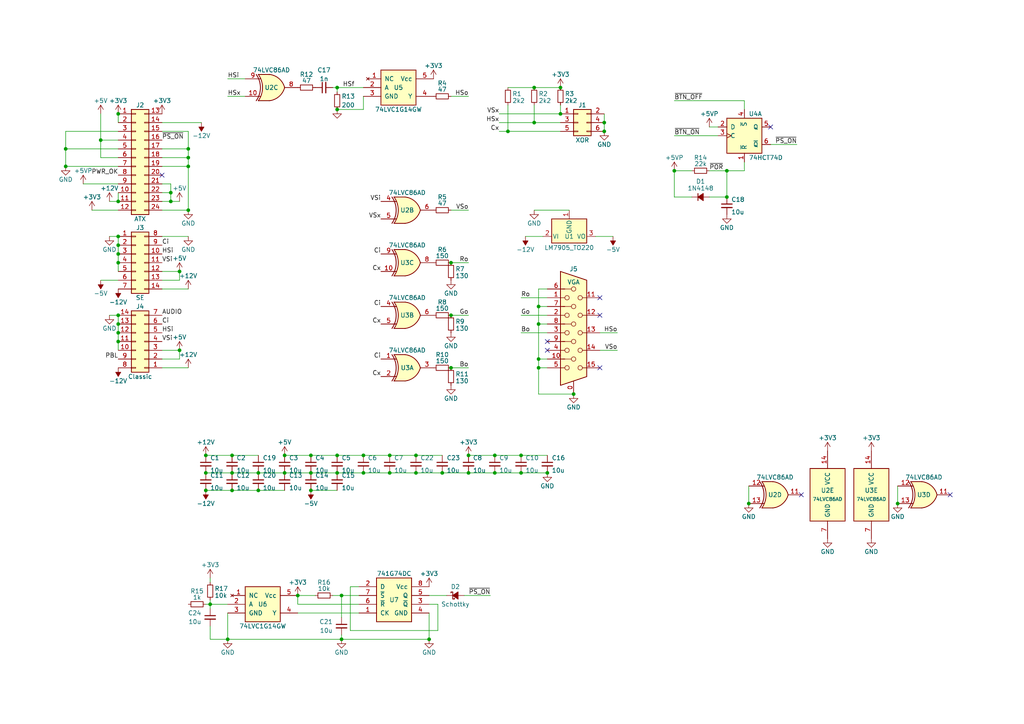
<source format=kicad_sch>
(kicad_sch (version 20230121) (generator eeschema)
  (paper "A4")
  (lib_symbols
    (symbol "+5VP_1" (power) (pin_names (offset 0))
      (property "Value" "+5VP_1" (at 0 3.556 0))
      (symbol "+5VP_1_1_1"
        (pin power_in line (at 0 0 90) (length 0) hide (name "+5VP") (number "1"))
      )
    )
    (symbol "74xx:74LS74" (pin_names (offset 1.016))
      (property "Reference" "U" (at -7.62 8.89 0))
      (property "Value" "74LS74" (at -7.62 -8.89 0))
      (symbol "74LS74_1_0"
        (pin input line (at 0 -7.62 90) (length 2.54) (name "~{R}") (number "1"))
        (pin input line (at -7.62 2.54 0) (length 2.54) (name "D") (number "2"))
        (pin input clock (at -7.62 0 0) (length 2.54) (name "C") (number "3"))
        (pin input line (at 0 7.62 270) (length 2.54) (name "~{S}") (number "4"))
        (pin output line (at 7.62 2.54 180) (length 2.54) (name "Q") (number "5"))
        (pin output line (at 7.62 -2.54 180) (length 2.54) (name "~{Q}") (number "6"))
      )
      (symbol "74LS74_2_0"
        (pin input line (at 0 7.62 270) (length 2.54) (name "~{S}") (number "10"))
        (pin input clock (at -7.62 0 0) (length 2.54) (name "C") (number "11"))
        (pin input line (at -7.62 2.54 0) (length 2.54) (name "D") (number "12"))
        (pin input line (at 0 -7.62 90) (length 2.54) (name "~{R}") (number "13"))
        (pin output line (at 7.62 -2.54 180) (length 2.54) (name "~{Q}") (number "8"))
        (pin output line (at 7.62 2.54 180) (length 2.54) (name "Q") (number "9"))
      )
      (symbol "74LS74_3_0"
        (pin power_in line (at 0 10.16 270) (length 2.54) (name "VCC") (number "14"))
        (pin power_in line (at 0 -10.16 90) (length 2.54) (name "GND") (number "7"))
      )
    )
    (symbol "74xx:74LS86" (pin_names (offset 1.016))
      (property "Reference" "U" (at 0 1.27 0))
      (property "Value" "74LS86" (at 0 -1.27 0))
      (symbol "74LS86_1_0"
        (pin input line (at -7.62 2.54 0) (length 4.445) (name "~") (number "1"))
        (pin input line (at -7.62 -2.54 0) (length 4.445) (name "~") (number "2"))
        (pin output line (at 7.62 0 180) (length 3.81) (name "~") (number "3"))
      )
      (symbol "74LS86_2_0"
        (pin input line (at -7.62 2.54 0) (length 4.445) (name "~") (number "4"))
        (pin input line (at -7.62 -2.54 0) (length 4.445) (name "~") (number "5"))
        (pin output line (at 7.62 0 180) (length 3.81) (name "~") (number "6"))
      )
      (symbol "74LS86_3_0"
        (pin input line (at -7.62 -2.54 0) (length 4.445) (name "~") (number "10"))
        (pin output line (at 7.62 0 180) (length 3.81) (name "~") (number "8"))
        (pin input line (at -7.62 2.54 0) (length 4.445) (name "~") (number "9"))
      )
      (symbol "74LS86_4_0"
        (pin output line (at 7.62 0 180) (length 3.81) (name "~") (number "11"))
        (pin input line (at -7.62 2.54 0) (length 4.445) (name "~") (number "12"))
        (pin input line (at -7.62 -2.54 0) (length 4.445) (name "~") (number "13"))
      )
      (symbol "74LS86_5_0"
        (pin power_in line (at 0 12.7 270) (length 5.08) (name "VCC") (number "14"))
        (pin power_in line (at 0 -12.7 90) (length 5.08) (name "GND") (number "7"))
      )
    )
    (symbol "Connector:DB15_Female_HighDensity_MountingHoles" (pin_names (offset 1.016) hide)
      (property "Reference" "J" (at 0 21.59 0))
      (property "Value" "DB15_Female_HighDensity_MountingHoles" (at 0 19.05 0))
      (symbol "DB15_Female_HighDensity_MountingHoles_1_1"
        (pin passive line (at 0 -17.78 90) (length 3.81) (name "~") (number "0"))
        (pin passive line (at -7.62 10.16 0) (length 5.08) (name "~") (number "1"))
        (pin passive line (at -7.62 -7.62 0) (length 5.08) (name "~") (number "10"))
        (pin passive line (at 7.62 10.16 180) (length 5.08) (name "~") (number "11"))
        (pin passive line (at 7.62 5.08 180) (length 5.08) (name "~") (number "12"))
        (pin passive line (at 7.62 0 180) (length 5.08) (name "~") (number "13"))
        (pin passive line (at 7.62 -5.08 180) (length 5.08) (name "~") (number "14"))
        (pin passive line (at 7.62 -10.16 180) (length 5.08) (name "~") (number "15"))
        (pin passive line (at -7.62 5.08 0) (length 5.08) (name "~") (number "2"))
        (pin passive line (at -7.62 0 0) (length 5.08) (name "~") (number "3"))
        (pin passive line (at -7.62 -5.08 0) (length 5.08) (name "~") (number "4"))
        (pin passive line (at -7.62 -10.16 0) (length 5.08) (name "~") (number "5"))
        (pin passive line (at -7.62 12.7 0) (length 5.08) (name "~") (number "6"))
        (pin passive line (at -7.62 7.62 0) (length 5.08) (name "~") (number "7"))
        (pin passive line (at -7.62 2.54 0) (length 5.08) (name "~") (number "8"))
        (pin passive line (at -7.62 -2.54 0) (length 5.08) (name "~") (number "9"))
      )
    )
    (symbol "Connector_Generic:Conn_02x03_Odd_Even" (pin_names (offset 1.016) hide)
      (property "Reference" "J" (at 1.27 5.08 0))
      (property "Value" "Conn_02x03_Odd_Even" (at 1.27 -5.08 0))
      (symbol "Conn_02x03_Odd_Even_1_1"
        (pin passive line (at -5.08 2.54 0) (length 3.81) (name "Pin_1") (number "1"))
        (pin passive line (at 7.62 2.54 180) (length 3.81) (name "Pin_2") (number "2"))
        (pin passive line (at -5.08 0 0) (length 3.81) (name "Pin_3") (number "3"))
        (pin passive line (at 7.62 0 180) (length 3.81) (name "Pin_4") (number "4"))
        (pin passive line (at -5.08 -2.54 0) (length 3.81) (name "Pin_5") (number "5"))
        (pin passive line (at 7.62 -2.54 180) (length 3.81) (name "Pin_6") (number "6"))
      )
    )
    (symbol "Connector_Generic:Conn_02x07_Top_Bottom" (pin_names (offset 1.016) hide)
      (property "Reference" "J" (at 1.27 10.16 0))
      (property "Value" "Conn_02x07_Top_Bottom" (at 1.27 -10.16 0))
      (symbol "Conn_02x07_Top_Bottom_1_1"
        (pin passive line (at -5.08 7.62 0) (length 3.81) (name "Pin_1") (number "1"))
        (pin passive line (at 7.62 2.54 180) (length 3.81) (name "Pin_10") (number "10"))
        (pin passive line (at 7.62 0 180) (length 3.81) (name "Pin_11") (number "11"))
        (pin passive line (at 7.62 -2.54 180) (length 3.81) (name "Pin_12") (number "12"))
        (pin passive line (at 7.62 -5.08 180) (length 3.81) (name "Pin_13") (number "13"))
        (pin passive line (at 7.62 -7.62 180) (length 3.81) (name "Pin_14") (number "14"))
        (pin passive line (at -5.08 5.08 0) (length 3.81) (name "Pin_2") (number "2"))
        (pin passive line (at -5.08 2.54 0) (length 3.81) (name "Pin_3") (number "3"))
        (pin passive line (at -5.08 0 0) (length 3.81) (name "Pin_4") (number "4"))
        (pin passive line (at -5.08 -2.54 0) (length 3.81) (name "Pin_5") (number "5"))
        (pin passive line (at -5.08 -5.08 0) (length 3.81) (name "Pin_6") (number "6"))
        (pin passive line (at -5.08 -7.62 0) (length 3.81) (name "Pin_7") (number "7"))
        (pin passive line (at 7.62 7.62 180) (length 3.81) (name "Pin_8") (number "8"))
        (pin passive line (at 7.62 5.08 180) (length 3.81) (name "Pin_9") (number "9"))
      )
    )
    (symbol "Connector_Generic:Conn_02x12_Top_Bottom" (pin_names (offset 1.016) hide)
      (property "Reference" "J" (at 1.27 15.24 0))
      (property "Value" "Conn_02x12_Top_Bottom" (at 1.27 -17.78 0))
      (symbol "Conn_02x12_Top_Bottom_1_1"
        (pin passive line (at -5.08 12.7 0) (length 3.81) (name "Pin_1") (number "1"))
        (pin passive line (at -5.08 -10.16 0) (length 3.81) (name "Pin_10") (number "10"))
        (pin passive line (at -5.08 -12.7 0) (length 3.81) (name "Pin_11") (number "11"))
        (pin passive line (at -5.08 -15.24 0) (length 3.81) (name "Pin_12") (number "12"))
        (pin passive line (at 7.62 12.7 180) (length 3.81) (name "Pin_13") (number "13"))
        (pin passive line (at 7.62 10.16 180) (length 3.81) (name "Pin_14") (number "14"))
        (pin passive line (at 7.62 7.62 180) (length 3.81) (name "Pin_15") (number "15"))
        (pin passive line (at 7.62 5.08 180) (length 3.81) (name "Pin_16") (number "16"))
        (pin passive line (at 7.62 2.54 180) (length 3.81) (name "Pin_17") (number "17"))
        (pin passive line (at 7.62 0 180) (length 3.81) (name "Pin_18") (number "18"))
        (pin passive line (at 7.62 -2.54 180) (length 3.81) (name "Pin_19") (number "19"))
        (pin passive line (at -5.08 10.16 0) (length 3.81) (name "Pin_2") (number "2"))
        (pin passive line (at 7.62 -5.08 180) (length 3.81) (name "Pin_20") (number "20"))
        (pin passive line (at 7.62 -7.62 180) (length 3.81) (name "Pin_21") (number "21"))
        (pin passive line (at 7.62 -10.16 180) (length 3.81) (name "Pin_22") (number "22"))
        (pin passive line (at 7.62 -12.7 180) (length 3.81) (name "Pin_23") (number "23"))
        (pin passive line (at 7.62 -15.24 180) (length 3.81) (name "Pin_24") (number "24"))
        (pin passive line (at -5.08 7.62 0) (length 3.81) (name "Pin_3") (number "3"))
        (pin passive line (at -5.08 5.08 0) (length 3.81) (name "Pin_4") (number "4"))
        (pin passive line (at -5.08 2.54 0) (length 3.81) (name "Pin_5") (number "5"))
        (pin passive line (at -5.08 0 0) (length 3.81) (name "Pin_6") (number "6"))
        (pin passive line (at -5.08 -2.54 0) (length 3.81) (name "Pin_7") (number "7"))
        (pin passive line (at -5.08 -5.08 0) (length 3.81) (name "Pin_8") (number "8"))
        (pin passive line (at -5.08 -7.62 0) (length 3.81) (name "Pin_9") (number "9"))
      )
    )
    (symbol "Device:C_Small" (pin_numbers hide) (pin_names (offset 0.254) hide)
      (property "Reference" "C" (at 0.254 1.778 0))
      (property "Value" "C_Small" (at 0.254 -2.032 0))
      (symbol "C_Small_1_1"
        (pin passive line (at 0 2.54 270) (length 2.032) (name "~") (number "1"))
        (pin passive line (at 0 -2.54 90) (length 2.032) (name "~") (number "2"))
      )
    )
    (symbol "Device:D_Schottky_Small_Filled" (pin_numbers hide) (pin_names (offset 0.254) hide)
      (property "Reference" "D" (at -1.27 2.032 0))
      (property "Value" "D_Schottky_Small_Filled" (at -7.112 -2.032 0))
      (symbol "D_Schottky_Small_Filled_1_1"
        (pin passive line (at -2.54 0 0) (length 1.778) (name "K") (number "1"))
        (pin passive line (at 2.54 0 180) (length 1.778) (name "A") (number "2"))
      )
    )
    (symbol "Device:D_Small_Filled" (pin_numbers hide) (pin_names (offset 0.254) hide)
      (property "Reference" "D" (at -1.27 2.032 0))
      (property "Value" "D_Small_Filled" (at -3.81 -2.032 0))
      (symbol "D_Small_Filled_1_1"
        (pin passive line (at -2.54 0 0) (length 1.778) (name "K") (number "1"))
        (pin passive line (at 2.54 0 180) (length 1.778) (name "A") (number "2"))
      )
    )
    (symbol "Device:R_Small" (pin_numbers hide) (pin_names (offset 0.254) hide)
      (property "Reference" "R" (at 0.762 0.508 0))
      (property "Value" "R_Small" (at 0.762 -1.016 0))
      (symbol "R_Small_1_1"
        (pin passive line (at 0 2.54 270) (length 0.762) (name "~") (number "1"))
        (pin passive line (at 0 -2.54 90) (length 0.762) (name "~") (number "2"))
      )
    )
    (symbol "GW_Logic:741G04GW" (pin_names (offset 1.016))
      (property "Reference" "U" (at 0 6.35 0))
      (property "Value" "741G04GW" (at 0 -6.35 0))
      (symbol "741G04GW_1_1"
        (pin no_connect line (at -8.89 2.54 0) (length 3.81) (name "NC") (number "1"))
        (pin input line (at -10.16 0 0) (length 5.08) (name "A") (number "2"))
        (pin power_in line (at -10.16 -2.54 0) (length 5.08) (name "GND") (number "3"))
        (pin output line (at 10.16 -2.54 180) (length 5.08) (name "Y") (number "4"))
        (pin power_in line (at 10.16 2.54 180) (length 5.08) (name "Vcc") (number "5"))
      )
    )
    (symbol "GW_Logic:741G74DC" (pin_names (offset 1.016))
      (property "Reference" "U" (at 0 7.62 0))
      (property "Value" "741G74DC" (at 0 -7.62 0))
      (symbol "741G74DC_1_1"
        (pin input line (at -10.16 -3.81 0) (length 5.08) (name "CK") (number "1"))
        (pin input line (at -10.16 3.81 0) (length 5.08) (name "D") (number "2"))
        (pin output line (at 10.16 -1.27 180) (length 5.08) (name "~{Q}") (number "3"))
        (pin power_in line (at 10.16 -3.81 180) (length 5.08) (name "GND") (number "4"))
        (pin output line (at 10.16 1.27 180) (length 5.08) (name "Q") (number "5"))
        (pin input line (at -10.16 -1.27 0) (length 5.08) (name "~{R}") (number "6"))
        (pin input line (at -10.16 1.27 0) (length 5.08) (name "~{S}") (number "7"))
        (pin power_in line (at 10.16 3.81 180) (length 5.08) (name "Vcc") (number "8"))
      )
    )
    (symbol "Regulator_Linear:LM7905_TO220" (pin_names (offset 0.254))
      (property "Reference" "U" (at -3.81 -3.175 0))
      (property "Value" "LM7905_TO220" (at 0 -3.175 0))
      (symbol "LM7905_TO220_1_1"
        (pin power_in line (at 0 7.62 270) (length 2.54) (name "GND") (number "1"))
        (pin power_in line (at -7.62 0 0) (length 2.54) (name "VI") (number "2"))
        (pin power_out line (at 7.62 0 180) (length 2.54) (name "VO") (number "3"))
      )
    )
    (symbol "power:+12V" (power) (pin_names (offset 0))
      (property "Value" "+12V" (at 0 3.556 0))
      (symbol "+12V_1_1"
        (pin power_in line (at 0 0 90) (length 0) hide (name "+12V") (number "1"))
      )
    )
    (symbol "power:+3V3" (power) (pin_names (offset 0))
      (property "Value" "+3V3" (at 0 3.556 0))
      (symbol "+3V3_1_1"
        (pin power_in line (at 0 0 90) (length 0) hide (name "+3V3") (number "1"))
      )
    )
    (symbol "power:+5V" (power) (pin_names (offset 0))
      (property "Value" "+5V" (at 0 3.556 0))
      (symbol "+5V_1_1"
        (pin power_in line (at 0 0 90) (length 0) hide (name "+5V") (number "1"))
      )
    )
    (symbol "power:+5VP" (power) (pin_names (offset 0))
      (property "Value" "+5VP" (at 0 3.556 0))
      (symbol "+5VP_1_1"
        (pin power_in line (at 0 0 90) (length 0) hide (name "+5VP") (number "1"))
      )
    )
    (symbol "power:-12V" (power) (pin_names (offset 0))
      (property "Value" "-12V" (at 0 3.81 0))
      (symbol "-12V_0_0"
        (pin power_in line (at 0 0 90) (length 0) hide (name "-12V") (number "1"))
      )
    )
    (symbol "power:-5V" (power) (pin_names (offset 0))
      (property "Value" "-5V" (at 0 3.81 0))
      (symbol "-5V_0_0"
        (pin power_in line (at 0 0 90) (length 0) hide (name "-5V") (number "1"))
      )
    )
    (symbol "power:GND" (power) (pin_names (offset 0))
      (property "Value" "GND" (at 0 -3.81 0))
      (symbol "GND_1_1"
        (pin power_in line (at 0 0 270) (length 0) hide (name "GND") (number "1"))
      )
    )
  )
  (junction (at 151.13 132.08))
  (junction (at 54.61 45.72))
  (junction (at 130.81 76.2))
  (junction (at 67.31 132.08))
  (junction (at 97.79 31.75))
  (junction (at 162.56 25.4))
  (junction (at 99.06 172.72))
  (junction (at 105.41 132.08))
  (junction (at 156.21 88.9))
  (junction (at 66.04 185.42))
  (junction (at 162.56 33.02))
  (junction (at 156.21 104.14))
  (junction (at 120.65 137.16))
  (junction (at 97.79 25.4))
  (junction (at 97.79 132.08))
  (junction (at 34.29 93.98))
  (junction (at 135.89 132.08))
  (junction (at 90.17 142.24))
  (junction (at 49.53 55.88))
  (junction (at 67.31 142.24))
  (junction (at 105.41 137.16))
  (junction (at 143.51 132.08))
  (junction (at 59.69 137.16))
  (junction (at 54.61 48.26))
  (junction (at 210.82 57.15))
  (junction (at 54.61 43.18))
  (junction (at 130.81 91.44))
  (junction (at 151.13 137.16))
  (junction (at 156.21 106.68))
  (junction (at 175.26 35.56))
  (junction (at 260.35 146.05))
  (junction (at 154.94 35.56))
  (junction (at 158.75 137.16))
  (junction (at 195.58 49.53))
  (junction (at 34.29 33.02))
  (junction (at 82.55 137.16))
  (junction (at 74.93 142.24))
  (junction (at 34.29 68.58))
  (junction (at 60.96 175.26))
  (junction (at 52.07 101.6))
  (junction (at 113.03 137.16))
  (junction (at 147.32 38.1))
  (junction (at 86.36 172.72))
  (junction (at 34.29 76.2))
  (junction (at 34.29 99.06))
  (junction (at 210.82 49.53))
  (junction (at 67.31 137.16))
  (junction (at 19.05 48.26))
  (junction (at 217.17 146.05))
  (junction (at 34.29 71.12))
  (junction (at 120.65 132.08))
  (junction (at 34.29 73.66))
  (junction (at 54.61 60.96))
  (junction (at 74.93 137.16))
  (junction (at 52.07 78.74))
  (junction (at 97.79 137.16))
  (junction (at 124.46 185.42))
  (junction (at 34.29 96.52))
  (junction (at 166.37 114.3))
  (junction (at 34.29 58.42))
  (junction (at 29.21 40.64))
  (junction (at 90.17 137.16))
  (junction (at 154.94 25.4))
  (junction (at 128.27 137.16))
  (junction (at 130.81 106.68))
  (junction (at 143.51 137.16))
  (junction (at 99.06 185.42))
  (junction (at 175.26 38.1))
  (junction (at 90.17 132.08))
  (junction (at 135.89 137.16))
  (junction (at 82.55 132.08))
  (junction (at 49.53 58.42))
  (junction (at 113.03 132.08))
  (junction (at 34.29 91.44))
  (junction (at 59.69 142.24))
  (junction (at 19.05 43.18))
  (junction (at 156.21 93.98))
  (junction (at 59.69 132.08))
  (no_connect (at 223.52 36.83))
  (no_connect (at 158.75 101.6))
  (no_connect (at 158.75 99.06))
  (no_connect (at 173.99 91.44))
  (no_connect (at 173.99 86.36))
  (no_connect (at 173.99 106.68))
  (no_connect (at 46.99 50.8))
  (no_connect (at 232.41 143.51))
  (no_connect (at 275.59 143.51))
  (wire (pts (xy 66.04 27.94) (xy 71.12 27.94)))
  (wire (pts (xy 67.31 132.08) (xy 74.93 132.08)))
  (wire (pts (xy 205.74 49.53) (xy 210.82 49.53)))
  (wire (pts (xy 46.99 53.34) (xy 49.53 53.34)))
  (wire (pts (xy 19.05 38.1) (xy 34.29 38.1)))
  (wire (pts (xy 29.21 40.64) (xy 29.21 45.72)))
  (wire (pts (xy 175.26 35.56) (xy 175.26 38.1)))
  (wire (pts (xy 24.13 53.34) (xy 34.29 53.34)))
  (wire (pts (xy 128.27 137.16) (xy 135.89 137.16)))
  (wire (pts (xy 59.69 175.26) (xy 60.96 175.26)))
  (wire (pts (xy 151.13 86.36) (xy 158.75 86.36)))
  (wire (pts (xy 260.35 140.97) (xy 260.35 146.05)))
  (wire (pts (xy 152.4 68.58) (xy 157.48 68.58)))
  (wire (pts (xy 135.89 132.08) (xy 143.51 132.08)))
  (wire (pts (xy 59.69 132.08) (xy 67.31 132.08)))
  (wire (pts (xy 156.21 106.68) (xy 158.75 106.68)))
  (wire (pts (xy 156.21 93.98) (xy 158.75 93.98)))
  (wire (pts (xy 156.21 88.9) (xy 158.75 88.9)))
  (wire (pts (xy 19.05 43.18) (xy 34.29 43.18)))
  (wire (pts (xy 46.99 101.6) (xy 52.07 101.6)))
  (wire (pts (xy 34.29 68.58) (xy 34.29 71.12)))
  (wire (pts (xy 113.03 137.16) (xy 120.65 137.16)))
  (wire (pts (xy 215.9 29.21) (xy 215.9 31.75)))
  (wire (pts (xy 104.14 175.26) (xy 86.36 175.26)))
  (wire (pts (xy 60.96 168.91) (xy 60.96 167.64)))
  (wire (pts (xy 130.81 91.44) (xy 135.89 91.44)))
  (wire (pts (xy 19.05 43.18) (xy 19.05 38.1)))
  (wire (pts (xy 151.13 132.08) (xy 158.75 132.08)))
  (wire (pts (xy 49.53 55.88) (xy 49.53 58.42)))
  (wire (pts (xy 90.17 142.24) (xy 97.79 142.24)))
  (wire (pts (xy 46.99 60.96) (xy 54.61 60.96)))
  (wire (pts (xy 195.58 49.53) (xy 195.58 57.15)))
  (wire (pts (xy 46.99 68.58) (xy 54.61 68.58)))
  (wire (pts (xy 105.41 31.75) (xy 97.79 31.75)))
  (wire (pts (xy 223.52 41.91) (xy 231.14 41.91)))
  (wire (pts (xy 210.82 49.53) (xy 215.9 49.53)))
  (wire (pts (xy 101.6 170.18) (xy 101.6 182.88)))
  (wire (pts (xy 195.58 29.21) (xy 215.9 29.21)))
  (wire (pts (xy 46.99 35.56) (xy 58.42 35.56)))
  (wire (pts (xy 156.21 83.82) (xy 156.21 88.9)))
  (wire (pts (xy 127 182.88) (xy 127 175.26)))
  (wire (pts (xy 46.99 55.88) (xy 49.53 55.88)))
  (wire (pts (xy 46.99 38.1) (xy 54.61 38.1)))
  (wire (pts (xy 52.07 104.14) (xy 52.07 101.6)))
  (wire (pts (xy 46.99 104.14) (xy 52.07 104.14)))
  (wire (pts (xy 143.51 132.08) (xy 151.13 132.08)))
  (wire (pts (xy 90.17 132.08) (xy 97.79 132.08)))
  (wire (pts (xy 151.13 137.16) (xy 158.75 137.16)))
  (wire (pts (xy 52.07 81.28) (xy 52.07 78.74)))
  (wire (pts (xy 60.96 175.26) (xy 60.96 176.53)))
  (wire (pts (xy 130.81 76.2) (xy 135.89 76.2)))
  (wire (pts (xy 46.99 48.26) (xy 54.61 48.26)))
  (wire (pts (xy 124.46 185.42) (xy 124.46 177.8)))
  (wire (pts (xy 195.58 49.53) (xy 200.66 49.53)))
  (wire (pts (xy 105.41 27.94) (xy 105.41 31.75)))
  (wire (pts (xy 205.74 57.15) (xy 210.82 57.15)))
  (wire (pts (xy 104.14 170.18) (xy 101.6 170.18)))
  (wire (pts (xy 97.79 132.08) (xy 105.41 132.08)))
  (wire (pts (xy 156.21 104.14) (xy 158.75 104.14)))
  (wire (pts (xy 158.75 83.82) (xy 156.21 83.82)))
  (wire (pts (xy 86.36 175.26) (xy 86.36 172.72)))
  (wire (pts (xy 67.31 137.16) (xy 74.93 137.16)))
  (wire (pts (xy 49.53 58.42) (xy 52.07 58.42)))
  (wire (pts (xy 49.53 58.42) (xy 46.99 58.42)))
  (wire (pts (xy 34.29 33.02) (xy 34.29 35.56)))
  (wire (pts (xy 105.41 132.08) (xy 113.03 132.08)))
  (wire (pts (xy 113.03 132.08) (xy 120.65 132.08)))
  (wire (pts (xy 210.82 49.53) (xy 210.82 57.15)))
  (wire (pts (xy 82.55 137.16) (xy 90.17 137.16)))
  (wire (pts (xy 86.36 177.8) (xy 104.14 177.8)))
  (wire (pts (xy 130.81 60.96) (xy 135.89 60.96)))
  (wire (pts (xy 34.29 76.2) (xy 34.29 78.74)))
  (wire (pts (xy 99.06 185.42) (xy 124.46 185.42)))
  (wire (pts (xy 97.79 25.4) (xy 105.41 25.4)))
  (wire (pts (xy 147.32 30.48) (xy 147.32 38.1)))
  (wire (pts (xy 105.41 137.16) (xy 113.03 137.16)))
  (wire (pts (xy 46.99 43.18) (xy 54.61 43.18)))
  (wire (pts (xy 143.51 137.16) (xy 151.13 137.16)))
  (wire (pts (xy 217.17 140.97) (xy 217.17 146.05)))
  (wire (pts (xy 34.29 96.52) (xy 34.29 99.06)))
  (wire (pts (xy 49.53 53.34) (xy 49.53 55.88)))
  (wire (pts (xy 120.65 132.08) (xy 128.27 132.08)))
  (wire (pts (xy 59.69 137.16) (xy 67.31 137.16)))
  (wire (pts (xy 124.46 172.72) (xy 129.54 172.72)))
  (wire (pts (xy 26.67 60.96) (xy 34.29 60.96)))
  (wire (pts (xy 101.6 182.88) (xy 127 182.88)))
  (wire (pts (xy 34.29 73.66) (xy 34.29 76.2)))
  (wire (pts (xy 99.06 184.15) (xy 99.06 185.42)))
  (wire (pts (xy 54.61 43.18) (xy 54.61 45.72)))
  (wire (pts (xy 29.21 81.28) (xy 34.29 81.28)))
  (wire (pts (xy 34.29 91.44) (xy 34.29 93.98)))
  (wire (pts (xy 46.99 81.28) (xy 52.07 81.28)))
  (wire (pts (xy 96.52 172.72) (xy 99.06 172.72)))
  (wire (pts (xy 67.31 142.24) (xy 74.93 142.24)))
  (wire (pts (xy 142.24 172.72) (xy 134.62 172.72)))
  (wire (pts (xy 144.78 33.02) (xy 162.56 33.02)))
  (wire (pts (xy 175.26 33.02) (xy 175.26 35.56)))
  (wire (pts (xy 66.04 22.86) (xy 71.12 22.86)))
  (wire (pts (xy 97.79 137.16) (xy 105.41 137.16)))
  (wire (pts (xy 154.94 35.56) (xy 154.94 30.48)))
  (wire (pts (xy 195.58 57.15) (xy 200.66 57.15)))
  (wire (pts (xy 120.65 137.16) (xy 128.27 137.16)))
  (wire (pts (xy 34.29 93.98) (xy 34.29 96.52)))
  (wire (pts (xy 90.17 137.16) (xy 97.79 137.16)))
  (wire (pts (xy 173.99 101.6) (xy 179.07 101.6)))
  (wire (pts (xy 60.96 181.61) (xy 60.96 185.42)))
  (wire (pts (xy 195.58 39.37) (xy 208.28 39.37)))
  (wire (pts (xy 19.05 48.26) (xy 34.29 48.26)))
  (wire (pts (xy 46.99 83.82) (xy 54.61 83.82)))
  (wire (pts (xy 99.06 172.72) (xy 104.14 172.72)))
  (wire (pts (xy 60.96 175.26) (xy 66.04 175.26)))
  (wire (pts (xy 156.21 104.14) (xy 156.21 106.68)))
  (wire (pts (xy 46.99 78.74) (xy 52.07 78.74)))
  (wire (pts (xy 54.61 48.26) (xy 54.61 60.96)))
  (wire (pts (xy 34.29 71.12) (xy 34.29 73.66)))
  (wire (pts (xy 29.21 45.72) (xy 34.29 45.72)))
  (wire (pts (xy 147.32 38.1) (xy 162.56 38.1)))
  (wire (pts (xy 31.75 58.42) (xy 34.29 58.42)))
  (wire (pts (xy 66.04 185.42) (xy 99.06 185.42)))
  (wire (pts (xy 144.78 35.56) (xy 154.94 35.56)))
  (wire (pts (xy 151.13 91.44) (xy 158.75 91.44)))
  (wire (pts (xy 74.93 142.24) (xy 82.55 142.24)))
  (wire (pts (xy 154.94 35.56) (xy 162.56 35.56)))
  (wire (pts (xy 34.29 58.42) (xy 34.29 55.88)))
  (wire (pts (xy 154.94 25.4) (xy 162.56 25.4)))
  (wire (pts (xy 66.04 177.8) (xy 66.04 185.42)))
  (wire (pts (xy 130.81 106.68) (xy 135.89 106.68)))
  (wire (pts (xy 127 175.26) (xy 124.46 175.26)))
  (wire (pts (xy 154.94 60.96) (xy 165.1 60.96)))
  (wire (pts (xy 144.78 38.1) (xy 147.32 38.1)))
  (wire (pts (xy 97.79 25.4) (xy 97.79 26.67)))
  (wire (pts (xy 205.74 36.83) (xy 208.28 36.83)))
  (wire (pts (xy 54.61 45.72) (xy 54.61 48.26)))
  (wire (pts (xy 173.99 96.52) (xy 179.07 96.52)))
  (wire (pts (xy 130.81 27.94) (xy 135.89 27.94)))
  (wire (pts (xy 82.55 132.08) (xy 90.17 132.08)))
  (wire (pts (xy 59.69 142.24) (xy 67.31 142.24)))
  (wire (pts (xy 29.21 33.02) (xy 29.21 40.64)))
  (wire (pts (xy 99.06 172.72) (xy 99.06 179.07)))
  (wire (pts (xy 151.13 96.52) (xy 158.75 96.52)))
  (wire (pts (xy 66.04 185.42) (xy 60.96 185.42)))
  (wire (pts (xy 86.36 172.72) (xy 91.44 172.72)))
  (wire (pts (xy 60.96 173.99) (xy 60.96 175.26)))
  (wire (pts (xy 31.75 91.44) (xy 34.29 91.44)))
  (wire (pts (xy 54.61 38.1) (xy 54.61 43.18)))
  (wire (pts (xy 162.56 33.02) (xy 162.56 30.48)))
  (wire (pts (xy 166.37 114.3) (xy 156.21 114.3)))
  (wire (pts (xy 34.29 99.06) (xy 34.29 101.6)))
  (wire (pts (xy 19.05 48.26) (xy 19.05 43.18)))
  (wire (pts (xy 147.32 25.4) (xy 154.94 25.4)))
  (wire (pts (xy 156.21 114.3) (xy 156.21 106.68)))
  (wire (pts (xy 96.52 25.4) (xy 97.79 25.4)))
  (wire (pts (xy 135.89 137.16) (xy 143.51 137.16)))
  (wire (pts (xy 46.99 106.68) (xy 54.61 106.68)))
  (wire (pts (xy 74.93 137.16) (xy 82.55 137.16)))
  (wire (pts (xy 29.21 40.64) (xy 34.29 40.64)))
  (wire (pts (xy 156.21 93.98) (xy 156.21 104.14)))
  (wire (pts (xy 156.21 88.9) (xy 156.21 93.98)))
  (wire (pts (xy 46.99 45.72) (xy 54.61 45.72)))
  (wire (pts (xy 31.75 68.58) (xy 34.29 68.58)))
  (wire (pts (xy 172.72 68.58) (xy 177.8 68.58)))
  (wire (pts (xy 215.9 49.53) (xy 215.9 46.99)))
  (label "VSi" (at 46.99 76.2 0))
  (label "Cx" (at 144.78 38.1 180))
  (label "HSo" (at 179.07 96.52 180))
  (label "~{BTN_ON}" (at 195.58 39.37 0))
  (label "Ro" (at 151.13 86.36 0))
  (label "Bo" (at 151.13 96.52 0))
  (label "Go" (at 151.13 91.44 0))
  (label "Ci" (at 46.99 93.98 0))
  (label "PBL" (at 34.29 104.14 180))
  (label "Ci" (at 110.49 73.66 180))
  (label "Go" (at 135.89 91.44 180))
  (label "~{PS_ON}" (at 142.24 172.72 180))
  (label "Ci" (at 46.99 71.12 0))
  (label "PWR_OK" (at 34.29 50.8 180))
  (label "VSx" (at 110.49 63.5 180))
  (label "Cx" (at 110.49 93.98 180))
  (label "VSo" (at 179.07 101.6 180))
  (label "Cx" (at 110.49 109.22 180))
  (label "VSo" (at 135.89 60.96 180))
  (label "~{BTN_OFF}" (at 195.58 29.21 0))
  (label "~{PS_ON}" (at 231.14 41.91 180))
  (label "Cx" (at 110.49 78.74 180))
  (label "HSi" (at 66.04 22.86 0))
  (label "Ci" (at 110.49 104.14 180))
  (label "HSi" (at 46.99 96.52 0))
  (label "Bo" (at 135.89 106.68 180))
  (label "VSi" (at 46.99 99.06 0))
  (label "HSx" (at 144.78 35.56 180))
  (label "HSi" (at 46.99 73.66 0))
  (label "VSx" (at 144.78 33.02 180))
  (label "~{PS_ON}" (at 46.99 40.64 0))
  (label "Ro" (at 135.89 76.2 180))
  (label "HSx" (at 66.04 27.94 0))
  (label "HSo" (at 135.89 27.94 180))
  (label "VSi" (at 110.49 58.42 180))
  (label "~{POR}" (at 205.74 49.53 0))
  (label "HSf" (at 102.87 25.4 180))
  (label "AUDIO" (at 46.99 91.44 0))
  (label "Ci" (at 110.49 88.9 180))
  (symbol (lib_id "power:+3V3") (at 252.73 130.81 0) (unit 1)
    (property "Reference" "#PWR0118" (effects hide))
    (property "Value" "+3V3" (at 252.73 127 0))
  )
  (symbol (lib_id "Device:C_Small") (at 151.13 134.62 0) (unit 1)
    (property "Reference" "C10" (at 152.4 132.08 0) (effects (justify left top)))
    (property "Value" "10u" (at 152.4 137.16 0) (effects (justify left bottom)))
    (property "Footprint" "stdpads:C_0805" (effects hide))
    (property "LCSC Part" "C15850" (effects hide))
  )
  (symbol (lib_id "power:+3V3") (at 86.36 172.72 0) (unit 1)
    (property "Reference" "#PWR011" (effects hide))
    (property "Value" "+3V3" (at 86.36 168.91 0))
  )
  (symbol (lib_id "GW_Logic:741G04GW") (at 76.2 175.26 0) (unit 1)
    (property "Reference" "U6" (at 76.2 175.26 0))
    (property "Value" "74LVC1G14GW" (at 76.2 181.61 0))
    (property "Footprint" "stdpads:SOT-353" (effects hide))
  )
  (symbol (lib_id "power:-12V") (at 34.29 106.68 180) (unit 1)
    (property "Reference" "#PWR05" (effects hide))
    (property "Value" "-12V" (at 34.29 110.49 0))
  )
  (symbol (lib_id "power:GND") (at 97.79 31.75 0) (unit 1)
    (property "Reference" "#PWR01" (effects hide))
    (property "Value" "GND" (effects hide))
  )
  (symbol (lib_id "power:-5V") (at 29.21 81.28 180) (unit 1)
    (property "Reference" "#PWR0109" (effects hide))
    (property "Value" "-5V" (at 29.21 85.09 0))
  )
  (symbol (lib_id "Device:C_Small") (at 60.96 179.07 0) (mirror y) (unit 1)
    (property "Reference" "C24" (at 58.42 177.8 0) (effects (justify left)))
    (property "Value" "10u" (at 58.42 180.34 0) (effects (justify left)))
    (property "Footprint" "stdpads:C_0805" (effects hide))
    (property "LCSC Part" "C15850" (effects hide))
  )
  (symbol (lib_id "Device:C_Small") (at 74.93 139.7 0) (unit 1)
    (property "Reference" "C20" (at 76.2 137.16 0) (effects (justify left top)))
    (property "Value" "10u" (at 76.2 142.24 0) (effects (justify left bottom)))
    (property "Footprint" "stdpads:C_0805" (effects hide))
    (property "LCSC Part" "C15850" (effects hide))
  )
  (symbol (lib_id "74xx:74LS86") (at 224.79 143.51 0) (unit 4)
    (property "Reference" "U2" (at 224.79 143.51 0))
    (property "Value" "74LVC86AD" (at 224.79 138.43 0))
    (property "Footprint" "stdpads:SOIC-14_3.9mm" (effects hide))
    (property "Datasheet" "74xx/74ls86.pdf" (effects hide))
    (property "LCSC Part" "C548853" (effects hide))
  )
  (symbol (lib_id "power:GND") (at 66.04 185.42 0) (unit 1)
    (property "Reference" "#PWR02" (effects hide))
    (property "Value" "GND" (at 66.04 189.23 0))
  )
  (symbol (lib_name "+5VP_1") (lib_id "power:+5VP") (at 205.74 36.83 0) (unit 1)
    (property "Reference" "#PWR03" (effects hide))
    (property "Value" "+5VP" (at 205.74 33.02 0))
  )
  (symbol (lib_id "power:-12V") (at 34.29 83.82 180) (unit 1)
    (property "Reference" "#PWR0110" (effects hide))
    (property "Value" "-12V" (at 34.29 87.63 0))
  )
  (symbol (lib_id "power:+12V") (at 31.75 58.42 0) (unit 1)
    (property "Reference" "#PWR0129" (effects hide))
    (property "Value" "+12V" (at 31.75 54.61 0))
  )
  (symbol (lib_id "power:GND") (at 166.37 114.3 0) (unit 1)
    (property "Reference" "#PWR0135" (effects hide))
    (property "Value" "GND" (at 166.37 118.11 0))
  )
  (symbol (lib_id "GW_Logic:741G74DC") (at 114.3 173.99 0) (unit 1)
    (property "Reference" "U7" (at 114.3 173.99 0))
    (property "Value" "741G74DC" (at 114.3 166.37 0))
    (property "Footprint" "stdpads:NXP_VSSOP-8_2.3x2mm" (effects hide))
  )
  (symbol (lib_id "Device:C_Small") (at 90.17 134.62 0) (unit 1)
    (property "Reference" "C4" (at 91.44 132.08 0) (effects (justify left top)))
    (property "Value" "10u" (at 91.44 137.16 0) (effects (justify left bottom)))
    (property "Footprint" "stdpads:C_0805" (effects hide))
    (property "LCSC Part" "C15850" (effects hide))
  )
  (symbol (lib_id "74xx:74LS86") (at 118.11 60.96 0) (unit 2)
    (property "Reference" "U2" (at 118.11 60.96 0))
    (property "Value" "74LVC86AD" (at 118.11 55.88 0))
    (property "Footprint" "stdpads:SOIC-14_3.9mm" (effects hide))
    (property "Datasheet" "74xx/74ls86.pdf" (effects hide))
    (property "LCSC Part" "C548853" (effects hide))
  )
  (symbol (lib_id "74xx:74LS86") (at 118.11 76.2 0) (unit 3)
    (property "Reference" "U3" (at 118.11 76.2 0))
    (property "Value" "74LVC86AD" (at 118.11 71.12 0))
    (property "Footprint" "stdpads:SOIC-14_3.9mm" (effects hide))
    (property "Datasheet" "74xx/74ls86.pdf" (effects hide))
    (property "LCSC Part" "C548853" (effects hide))
  )
  (symbol (lib_id "Device:C_Small") (at 93.98 25.4 90) (unit 1)
    (property "Reference" "C17" (at 93.9863 20.32 90))
    (property "Value" "1n" (at 93.9863 22.86 90))
    (property "Footprint" "stdpads:C_0805" (effects hide))
    (property "LCSC Part" "C15850" (effects hide))
  )
  (symbol (lib_id "power:-5V") (at 90.17 142.24 180) (unit 1)
    (property "Reference" "#PWR0121" (effects hide))
    (property "Value" "-5V" (at 90.17 146.05 0))
  )
  (symbol (lib_id "power:GND") (at 175.26 38.1 0) (unit 1)
    (property "Reference" "#PWR0101" (effects hide))
    (property "Value" "GND" (at 175.26 41.91 0))
  )
  (symbol (lib_id "power:GND") (at 124.46 185.42 0) (unit 1)
    (property "Reference" "#PWR012" (effects hide))
    (property "Value" "GND" (at 124.46 189.23 0))
  )
  (symbol (lib_id "Device:C_Small") (at 158.75 134.62 0) (unit 1)
    (property "Reference" "C16" (at 160.02 132.08 0) (effects (justify left top)))
    (property "Value" "10u" (at 160.02 137.16 0) (effects (justify left bottom)))
    (property "Footprint" "stdpads:C_0805" (effects hide))
    (property "LCSC Part" "C15850" (effects hide))
  )
  (symbol (lib_id "74xx:74LS86") (at 118.11 91.44 0) (unit 2)
    (property "Reference" "U3" (at 118.11 91.44 0))
    (property "Value" "74LVC86AD" (at 118.11 86.36 0))
    (property "Footprint" "stdpads:SOIC-14_3.9mm" (effects hide))
    (property "Datasheet" "74xx/74ls86.pdf" (effects hide))
    (property "LCSC Part" "C548853" (effects hide))
  )
  (symbol (lib_id "power:-12V") (at 59.69 142.24 180) (unit 1)
    (property "Reference" "#PWR0120" (effects hide))
    (property "Value" "-12V" (at 59.69 146.05 0))
  )
  (symbol (lib_id "Device:C_Small") (at 135.89 134.62 0) (unit 1)
    (property "Reference" "C8" (at 137.16 132.08 0) (effects (justify left top)))
    (property "Value" "10u" (at 137.16 137.16 0) (effects (justify left bottom)))
    (property "Footprint" "stdpads:C_0805" (effects hide))
    (property "LCSC Part" "C15850" (effects hide))
  )
  (symbol (lib_id "power:+5V") (at 52.07 78.74 0) (unit 1)
    (property "Reference" "#PWR0107" (effects hide))
    (property "Value" "+5V" (at 52.07 74.93 0))
  )
  (symbol (lib_id "Device:C_Small") (at 82.55 134.62 0) (unit 1)
    (property "Reference" "C3" (at 83.82 132.08 0) (effects (justify left top)))
    (property "Value" "10u" (at 83.82 137.16 0) (effects (justify left bottom)))
    (property "Footprint" "stdpads:C_0805" (effects hide))
    (property "LCSC Part" "C15850" (effects hide))
  )
  (symbol (lib_id "power:GND") (at 154.94 60.96 0) (unit 1)
    (property "Reference" "#PWR0103" (effects hide))
    (property "Value" "GND" (at 154.94 64.77 0))
  )
  (symbol (lib_id "74xx:74LS86") (at 252.73 143.51 0) (unit 5)
    (property "Reference" "U3" (at 252.73 142.24 0))
    (property "Value" "74LVC86AD" (at 252.73 144.78 0) (effects (font (size 1.016 1.016))))
    (property "Footprint" "stdpads:SOIC-14_3.9mm" (effects hide))
    (property "Datasheet" "74xx/74ls86.pdf" (effects hide))
    (property "LCSC Part" "C548853" (effects hide))
  )
  (symbol (lib_id "power:+5V") (at 52.07 101.6 0) (unit 1)
    (property "Reference" "#PWR06" (effects hide))
    (property "Value" "+5V" (at 52.07 97.79 0))
  )
  (symbol (lib_id "Device:C_Small") (at 120.65 134.62 0) (unit 1)
    (property "Reference" "C22" (at 121.92 132.08 0) (effects (justify left top)))
    (property "Value" "10u" (at 121.92 137.16 0) (effects (justify left bottom)))
    (property "Footprint" "stdpads:C_0805" (effects hide))
    (property "LCSC Part" "C15850" (effects hide))
  )
  (symbol (lib_id "power:GND") (at 99.06 185.42 0) (unit 1)
    (property "Reference" "#PWR015" (effects hide))
    (property "Value" "GND" (at 99.06 189.23 0))
  )
  (symbol (lib_id "Device:R_Small") (at 147.32 27.94 180) (unit 1)
    (property "Reference" "R1" (at 148.59 27.94 0) (effects (justify right top)))
    (property "Value" "2k2" (at 148.59 29.21 0) (effects (justify right)))
    (property "Footprint" "stdpads:R_0805" (effects hide))
    (property "LCSC Part" "C17513" (effects hide))
  )
  (symbol (lib_id "Device:C_Small") (at 113.03 134.62 0) (unit 1)
    (property "Reference" "C7" (at 114.3 132.08 0) (effects (justify left top)))
    (property "Value" "10u" (at 114.3 137.16 0) (effects (justify left bottom)))
    (property "Footprint" "stdpads:C_0805" (effects hide))
    (property "LCSC Part" "C15850" (effects hide))
  )
  (symbol (lib_id "Device:R_Small") (at 128.27 60.96 90) (unit 1)
    (property "Reference" "R5" (at 128.27 57.15 90))
    (property "Value" "47" (at 128.27 59.69 90) (effects (justify top)))
    (property "Footprint" "stdpads:R_0805" (effects hide))
    (property "LCSC Part" "C17714" (effects hide))
  )
  (symbol (lib_id "Device:D_Small_Filled") (at 203.2 57.15 0) (unit 1)
    (property "Reference" "D1" (at 203.2 53.34 0) (effects (justify bottom)))
    (property "Value" "1N4148" (at 203.2 54.61 0))
    (property "Sim.Device" "D" (effects hide))
    (property "Sim.Pins" "1=K 2=A" (effects hide))
  )
  (symbol (lib_id "Device:C_Small") (at 97.79 134.62 0) (unit 1)
    (property "Reference" "C5" (at 99.06 132.08 0) (effects (justify left top)))
    (property "Value" "10u" (at 99.06 137.16 0) (effects (justify left bottom)))
    (property "Footprint" "stdpads:C_0805" (effects hide))
    (property "LCSC Part" "C15850" (effects hide))
  )
  (symbol (lib_id "Device:R_Small") (at 130.81 78.74 180) (unit 1)
    (property "Reference" "R7" (at 132.08 78.74 0) (effects (justify right top)))
    (property "Value" "130" (at 132.08 80.01 0) (effects (justify right)))
    (property "Footprint" "stdpads:R_0805" (effects hide))
    (property "LCSC Part" "C17437" (effects hide))
  )
  (symbol (lib_id "Connector_Generic:Conn_02x07_Top_Bottom") (at 41.91 99.06 180) (unit 1)
    (property "Reference" "J4" (at 40.64 88.9 0))
    (property "Value" "Classic" (at 40.64 109.22 0))
    (property "Footprint" "stdpads:Molex_Mini-Fit_Jr_5569-14A1_2x07_P4.20mm_Horizontal" (effects hide))
    (property "LCSC Part" "C52216" (effects hide))
  )
  (symbol (lib_id "Device:C_Small") (at 143.51 134.62 0) (unit 1)
    (property "Reference" "C9" (at 144.78 132.08 0) (effects (justify left top)))
    (property "Value" "10u" (at 144.78 137.16 0) (effects (justify left bottom)))
    (property "Footprint" "stdpads:C_0805" (effects hide))
    (property "LCSC Part" "C15850" (effects hide))
  )
  (symbol (lib_id "74xx:74LS86") (at 240.03 143.51 0) (unit 5)
    (property "Reference" "U2" (at 240.03 142.24 0))
    (property "Value" "74LVC86AD" (at 240.03 144.78 0) (effects (font (size 1.016 1.016))))
    (property "Footprint" "stdpads:SOIC-14_3.9mm" (effects hide))
    (property "Datasheet" "74xx/74ls86.pdf" (effects hide))
    (property "LCSC Part" "C548853" (effects hide))
  )
  (symbol (lib_id "Device:R_Small") (at 97.79 29.21 0) (unit 1)
    (property "Reference" "R13" (at 99.06 27.94 0) (effects (justify left)))
    (property "Value" "200" (at 99.06 30.48 0) (effects (justify left)))
    (property "Footprint" "stdpads:R_0805" (effects hide))
    (property "LCSC Part" "C17714" (effects hide))
  )
  (symbol (lib_id "Device:R_Small") (at 128.27 106.68 90) (unit 1)
    (property "Reference" "R10" (at 128.27 102.87 90))
    (property "Value" "150" (at 128.27 105.41 90) (effects (justify top)))
    (property "Footprint" "stdpads:R_0805" (effects hide))
    (property "LCSC Part" "C17471" (effects hide))
  )
  (symbol (lib_id "Device:C_Small") (at 74.93 134.62 0) (unit 1)
    (property "Reference" "C19" (at 76.2 132.08 0) (effects (justify left top)))
    (property "Value" "10u" (at 76.2 137.16 0) (effects (justify left bottom)))
    (property "Footprint" "stdpads:C_0805" (effects hide))
    (property "LCSC Part" "C15850" (effects hide))
  )
  (symbol (lib_id "power:+5V") (at 52.07 58.42 0) (unit 1)
    (property "Reference" "#PWR0132" (effects hide))
    (property "Value" "+5V" (at 52.07 54.61 0))
    (property "Footprint" "Connector_Molex:Molex_Mini-Fit_Jr_5569-14A1_2x07_P4.20mm_Horizontal" (effects hide))
  )
  (symbol (lib_id "power:+3V3") (at 46.99 33.02 0) (unit 1)
    (property "Reference" "#PWR0131" (effects hide))
    (property "Value" "+3V3" (at 46.99 29.21 0))
  )
  (symbol (lib_id "Device:C_Small") (at 210.82 59.69 0) (unit 1)
    (property "Reference" "C18" (at 212.09 57.15 0) (effects (justify left top)))
    (property "Value" "10u" (at 212.09 62.23 0) (effects (justify left bottom)))
    (property "Footprint" "stdpads:C_0805" (effects hide))
    (property "LCSC Part" "C15850" (effects hide))
  )
  (symbol (lib_id "power:+3V3") (at 124.46 170.18 0) (unit 1)
    (property "Reference" "#PWR013" (effects hide))
    (property "Value" "+3V3" (at 124.46 166.37 0))
  )
  (symbol (lib_name "+5VP_1") (lib_id "power:+5VP") (at 195.58 49.53 0) (unit 1)
    (property "Reference" "#PWR09" (effects hide))
    (property "Value" "+5VP" (at 195.58 45.72 0))
  )
  (symbol (lib_id "power:+12V") (at 54.61 83.82 0) (unit 1)
    (property "Reference" "#PWR0111" (effects hide))
    (property "Value" "+12V" (at 54.61 80.01 0))
  )
  (symbol (lib_id "Connector_Generic:Conn_02x12_Top_Bottom") (at 39.37 45.72 0) (unit 1)
    (property "Reference" "J2" (at 40.64 30.48 0))
    (property "Value" "ATX" (at 40.64 63.5 0))
    (property "Footprint" "Connector_Molex:Molex_Mini-Fit_Jr_5569-24A1_2x12_P4.20mm_Horizontal" (effects hide))
    (property "LCSC Part" "C477841" (effects hide))
  )
  (symbol (lib_id "power:+3V3") (at 34.29 33.02 0) (unit 1)
    (property "Reference" "#PWR0133" (effects hide))
    (property "Value" "+3V3" (at 34.29 29.21 0))
  )
  (symbol (lib_id "Device:C_Small") (at 128.27 134.62 0) (unit 1)
    (property "Reference" "C23" (at 129.54 132.08 0) (effects (justify left top)))
    (property "Value" "10u" (at 129.54 137.16 0) (effects (justify left bottom)))
    (property "Footprint" "stdpads:C_0805" (effects hide))
    (property "LCSC Part" "C15850" (effects hide))
  )
  (symbol (lib_id "power:+5V") (at 29.21 33.02 0) (unit 1)
    (property "Reference" "#PWR0134" (effects hide))
    (property "Value" "+5V" (at 29.21 29.21 0))
  )
  (symbol (lib_id "power:GND") (at 54.61 68.58 0) (unit 1)
    (property "Reference" "#PWR0106" (effects hide))
    (property "Value" "GND" (at 54.61 72.39 0))
  )
  (symbol (lib_id "Regulator_Linear:LM7905_TO220") (at 165.1 68.58 0) (unit 1)
    (property "Reference" "U1" (at 165.1 68.58 0))
    (property "Value" "LM7905_TO220" (at 165.1 71.12 0) (effects (justify top)))
    (property "Footprint" "stdpads:TO-220-3_Horizontal_TabDown" (effects hide))
    (property "Datasheet" "https://www.onsemi.com/pub/Collateral/MC7900-D.PDF" (effects hide))
    (property "LCSC Part" "C9411" (effects hide))
  )
  (symbol (lib_id "power:+3V3") (at 60.96 167.64 0) (unit 1)
    (property "Reference" "#PWR014" (effects hide))
    (property "Value" "+3V3" (at 60.96 163.83 0))
  )
  (symbol (lib_id "Device:R_Small") (at 154.94 27.94 180) (unit 1)
    (property "Reference" "R2" (at 156.21 27.94 0) (effects (justify right top)))
    (property "Value" "2k2" (at 156.21 29.21 0) (effects (justify right)))
    (property "Footprint" "stdpads:R_0805" (effects hide))
    (property "LCSC Part" "C17513" (effects hide))
  )
  (symbol (lib_id "power:-5V") (at 177.8 68.58 180) (unit 1)
    (property "Reference" "#PWR0102" (effects hide))
    (property "Value" "-5V" (at 177.8 72.39 0))
  )
  (symbol (lib_id "Device:R_Small") (at 93.98 172.72 90) (unit 1)
    (property "Reference" "R16" (at 93.98 168.91 90))
    (property "Value" "10k" (at 93.98 171.45 90) (effects (justify top)))
    (property "Footprint" "stdpads:R_0805" (effects hide))
    (property "LCSC Part" "C17471" (effects hide))
  )
  (symbol (lib_id "Device:C_Small") (at 99.06 181.61 0) (mirror y) (unit 1)
    (property "Reference" "C21" (at 96.52 180.34 0) (effects (justify left)))
    (property "Value" "10u" (at 96.52 182.88 0) (effects (justify left)))
    (property "Footprint" "stdpads:C_0805" (effects hide))
    (property "LCSC Part" "C15850" (effects hide))
  )
  (symbol (lib_id "74xx:74LS86") (at 118.11 106.68 0) (unit 1)
    (property "Reference" "U3" (at 118.11 106.68 0))
    (property "Value" "74LVC86AD" (at 118.11 101.6 0))
    (property "Footprint" "stdpads:SOIC-14_3.9mm" (effects hide))
    (property "Datasheet" "74xx/74ls86.pdf" (effects hide))
    (property "LCSC Part" "C548853" (effects hide))
  )
  (symbol (lib_id "Device:R_Small") (at 128.27 91.44 90) (unit 1)
    (property "Reference" "R8" (at 128.27 87.63 90))
    (property "Value" "150" (at 128.27 90.17 90) (effects (justify top)))
    (property "Footprint" "stdpads:R_0805" (effects hide))
    (property "LCSC Part" "C17471" (effects hide))
  )
  (symbol (lib_id "power:+3V3") (at 125.73 22.86 0) (unit 1)
    (property "Reference" "#PWR010" (effects hide))
    (property "Value" "+3V3" (at 125.73 19.05 0))
  )
  (symbol (lib_id "power:GND") (at 252.73 156.21 0) (unit 1)
    (property "Reference" "#PWR0119" (effects hide))
    (property "Value" "GND" (at 252.73 160.02 0))
  )
  (symbol (lib_id "Device:R_Small") (at 130.81 109.22 180) (unit 1)
    (property "Reference" "R11" (at 132.08 109.22 0) (effects (justify right top)))
    (property "Value" "130" (at 132.08 110.49 0) (effects (justify right)))
    (property "Footprint" "stdpads:R_0805" (effects hide))
    (property "LCSC Part" "C17437" (effects hide))
  )
  (symbol (lib_id "power:GND") (at 130.81 81.28 0) (unit 1)
    (property "Reference" "#PWR0114" (effects hide))
    (property "Value" "GND" (at 130.81 85.09 0))
  )
  (symbol (lib_id "Connector_Generic:Conn_02x07_Top_Bottom") (at 39.37 76.2 0) (unit 1)
    (property "Reference" "J3" (at 40.64 66.04 0))
    (property "Value" "SE" (at 40.64 86.36 0))
    (property "Footprint" "stdpads:Molex_Mini-Fit_Jr_5569-14A1_2x07_P4.20mm_Horizontal" (effects hide))
    (property "LCSC Part" "C52216" (effects hide))
  )
  (symbol (lib_id "Connector:DB15_Female_HighDensity_MountingHoles") (at 166.37 96.52 0) (unit 1)
    (property "Reference" "J5" (at 166.37 78.74 0) (effects (justify bottom)))
    (property "Value" "VGA" (at 166.37 82.55 0) (effects (justify bottom)))
    (property "Footprint" "Connector_Dsub:DSUB-15-HD_Female_Horizontal_P2.29x1.98mm_EdgePinOffset3.03mm_Housed_MountingHolesOffset4.94mm" (effects hide))
    (property "Datasheet" " ~" (effects hide))
    (property "LCSC Part" "C75754" (effects hide))
  )
  (symbol (lib_id "Device:R_Small") (at 130.81 93.98 180) (unit 1)
    (property "Reference" "R9" (at 132.08 93.98 0) (effects (justify right top)))
    (property "Value" "130" (at 132.08 95.25 0) (effects (justify right)))
    (property "Footprint" "stdpads:R_0805" (effects hide))
    (property "LCSC Part" "C17437" (effects hide))
  )
  (symbol (lib_id "74xx:74LS74") (at 215.9 39.37 0) (unit 1)
    (property "Reference" "U4" (at 217.17 33.02 0) (effects (justify left)))
    (property "Value" "74HCT74D" (at 217.17 45.72 0) (effects (justify left)))
    (property "Datasheet" "74xx/74hc_hct74.pdf" (effects hide))
  )
  (symbol (lib_id "Device:C_Small") (at 90.17 139.7 0) (unit 1)
    (property "Reference" "C14" (at 91.44 137.16 0) (effects (justify left top)))
    (property "Value" "10u" (at 91.44 142.24 0) (effects (justify left bottom)))
    (property "Footprint" "stdpads:C_0805" (effects hide))
    (property "LCSC Part" "C15850" (effects hide))
  )
  (symbol (lib_id "power:GND") (at 31.75 68.58 0) (unit 1)
    (property "Reference" "#PWR0108" (effects hide))
    (property "Value" "GND" (at 31.75 72.39 0))
  )
  (symbol (lib_id "power:-12V") (at 58.42 35.56 180) (unit 1)
    (property "Reference" "#PWR0113" (effects hide))
    (property "Value" "-12V" (at 58.42 39.37 0))
  )
  (symbol (lib_id "power:GND") (at 210.82 62.23 0) (unit 1)
    (property "Reference" "#PWR07" (effects hide))
    (property "Value" "GND" (at 210.82 66.04 0))
  )
  (symbol (lib_id "Device:C_Small") (at 59.69 134.62 0) (unit 1)
    (property "Reference" "C1" (at 60.96 132.08 0) (effects (justify left top)))
    (property "Value" "10u" (at 60.96 137.16 0) (effects (justify left bottom)))
    (property "Footprint" "stdpads:C_0805" (effects hide))
    (property "LCSC Part" "C15850" (effects hide))
  )
  (symbol (lib_id "Device:C_Small") (at 67.31 134.62 0) (unit 1)
    (property "Reference" "C2" (at 68.58 132.08 0) (effects (justify left top)))
    (property "Value" "10u" (at 68.58 137.16 0) (effects (justify left bottom)))
    (property "Footprint" "stdpads:C_0805" (effects hide))
    (property "LCSC Part" "C15850" (effects hide))
  )
  (symbol (lib_id "Device:R_Small") (at 128.27 27.94 90) (unit 1)
    (property "Reference" "R4" (at 128.27 24.13 90))
    (property "Value" "47" (at 128.27 26.67 90) (effects (justify top)))
    (property "Footprint" "stdpads:R_0805" (effects hide))
    (property "LCSC Part" "C17714" (effects hide))
  )
  (symbol (lib_id "power:+12V") (at 59.69 132.08 0) (unit 1)
    (property "Reference" "#PWR0137" (effects hide))
    (property "Value" "+12V" (at 59.69 128.27 0))
  )
  (symbol (lib_id "Device:C_Small") (at 59.69 139.7 0) (unit 1)
    (property "Reference" "C11" (at 60.96 137.16 0) (effects (justify left top)))
    (property "Value" "10u" (at 60.96 142.24 0) (effects (justify left bottom)))
    (property "Footprint" "stdpads:C_0805" (effects hide))
    (property "LCSC Part" "C15850" (effects hide))
  )
  (symbol (lib_id "power:GND") (at 217.17 146.05 0) (unit 1)
    (property "Reference" "#PWR0122" (effects hide))
    (property "Value" "GND" (at 217.17 149.86 0))
  )
  (symbol (lib_id "power:+3V3") (at 240.03 130.81 0) (unit 1)
    (property "Reference" "#PWR0117" (effects hide))
    (property "Value" "+3V3" (at 240.03 127 0))
  )
  (symbol (lib_id "power:GND") (at 19.05 48.26 0) (unit 1)
    (property "Reference" "#PWR0128" (effects hide))
    (property "Value" "GND" (at 19.05 52.07 0))
  )
  (symbol (lib_id "Device:R_Small") (at 128.27 76.2 90) (unit 1)
    (property "Reference" "R6" (at 128.27 72.39 90))
    (property "Value" "150" (at 128.27 74.93 90) (effects (justify top)))
    (property "Footprint" "stdpads:R_0805" (effects hide))
    (property "LCSC Part" "C17471" (effects hide))
  )
  (symbol (lib_id "Device:C_Small") (at 82.55 139.7 0) (unit 1)
    (property "Reference" "C13" (at 83.82 137.16 0) (effects (justify left top)))
    (property "Value" "10u" (at 83.82 142.24 0) (effects (justify left bottom)))
    (property "Footprint" "stdpads:C_0805" (effects hide))
    (property "LCSC Part" "C15850" (effects hide))
  )
  (symbol (lib_id "power:GND") (at 54.61 60.96 0) (unit 1)
    (property "Reference" "#PWR0112" (effects hide))
    (property "Value" "GND" (at 54.61 64.77 0))
  )
  (symbol (lib_id "power:+3V3") (at 26.67 60.96 0) (unit 1)
    (property "Reference" "#PWR0130" (effects hide))
    (property "Value" "+3V3" (at 26.67 57.15 0))
  )
  (symbol (lib_id "Device:R_Small") (at 203.2 49.53 90) (unit 1)
    (property "Reference" "R14" (at 203.2 45.72 90))
    (property "Value" "22k" (at 203.2 48.26 90) (effects (justify top)))
    (property "Footprint" "stdpads:R_0805" (effects hide))
    (property "LCSC Part" "C17471" (effects hide))
  )
  (symbol (lib_id "Device:C_Small") (at 105.41 134.62 0) (unit 1)
    (property "Reference" "C6" (at 106.68 132.08 0) (effects (justify left top)))
    (property "Value" "10u" (at 106.68 137.16 0) (effects (justify left bottom)))
    (property "Footprint" "stdpads:C_0805" (effects hide))
    (property "LCSC Part" "C15850" (effects hide))
  )
  (symbol (lib_id "power:GND") (at 130.81 111.76 0) (unit 1)
    (property "Reference" "#PWR0123" (effects hide))
    (property "Value" "GND" (at 130.81 115.57 0))
  )
  (symbol (lib_id "Device:R_Small") (at 60.96 171.45 180) (unit 1)
    (property "Reference" "R17" (at 62.23 171.45 0) (effects (justify right top)))
    (property "Value" "10k" (at 62.23 172.72 0) (effects (justify right)))
    (property "Footprint" "stdpads:R_0805" (effects hide))
    (property "LCSC Part" "C17437" (effects hide))
  )
  (symbol (lib_id "power:+3V3") (at 162.56 25.4 0) (unit 1)
    (property "Reference" "#PWR0105" (effects hide))
    (property "Value" "+3V3" (at 162.56 21.59 0))
  )
  (symbol (lib_id "Device:C_Small") (at 67.31 139.7 0) (unit 1)
    (property "Reference" "C12" (at 68.58 137.16 0) (effects (justify left top)))
    (property "Value" "10u" (at 68.58 142.24 0) (effects (justify left bottom)))
    (property "Footprint" "stdpads:C_0805" (effects hide))
    (property "LCSC Part" "C15850" (effects hide))
  )
  (symbol (lib_id "Device:R_Small") (at 57.15 175.26 90) (unit 1)
    (property "Reference" "R15" (at 57.15 171.45 90))
    (property "Value" "1k" (at 57.15 173.99 90) (effects (justify top)))
    (property "Footprint" "stdpads:R_0805" (effects hide))
    (property "LCSC Part" "C17471" (effects hide))
  )
  (symbol (lib_id "power:GND") (at 158.75 137.16 0) (unit 1)
    (property "Reference" "#PWR0125" (effects hide))
    (property "Value" "GND" (at 158.75 140.97 0))
  )
  (symbol (lib_id "Connector_Generic:Conn_02x03_Odd_Even") (at 167.64 35.56 0) (unit 1)
    (property "Reference" "J1" (at 168.91 30.48 0))
    (property "Value" "XOR" (at 168.91 40.64 0))
    (property "Footprint" "Connector_PinHeader_2.54mm:PinHeader_2x03_P2.54mm_Vertical" (effects hide))
    (property "LCSC Part" "C65114" (effects hide))
  )
  (symbol (lib_id "power:GND") (at 240.03 156.21 0) (unit 1)
    (property "Reference" "#PWR0116" (effects hide))
    (property "Value" "GND" (at 240.03 160.02 0))
  )
  (symbol (lib_id "Device:D_Schottky_Small_Filled") (at 132.08 172.72 0) (unit 1)
    (property "Reference" "D2" (at 132.08 170.18 0))
    (property "Value" "Schottky" (at 132.08 175.26 0))
    (property "Footprint" "stdpads:D_SOD-123" (effects hide))
  )
  (symbol (lib_id "power:GND") (at 130.81 96.52 0) (unit 1)
    (property "Reference" "#PWR0126" (effects hide))
    (property "Value" "GND" (at 130.81 100.33 0))
  )
  (symbol (lib_id "power:+5VP") (at 24.13 53.34 0) (unit 1)
    (property "Reference" "#PWR0127" (effects hide))
    (property "Value" "+5VP" (at 24.13 49.53 0))
  )
  (symbol (lib_id "74xx:74LS86") (at 267.97 143.51 0) (unit 4)
    (property "Reference" "U3" (at 267.97 143.51 0))
    (property "Value" "74LVC86AD" (at 267.97 138.43 0))
    (property "Footprint" "stdpads:SOIC-14_3.9mm" (effects hide))
    (property "Datasheet" "74xx/74ls86.pdf" (effects hide))
    (property "LCSC Part" "C548853" (effects hide))
  )
  (symbol (lib_id "power:+5V") (at 82.55 132.08 0) (unit 1)
    (property "Reference" "#PWR0136" (effects hide))
    (property "Value" "+5V" (at 82.55 128.27 0))
  )
  (symbol (lib_id "power:-12V") (at 152.4 68.58 180) (unit 1)
    (property "Reference" "#PWR0104" (effects hide))
    (property "Value" "-12V" (at 152.4 72.39 0))
  )
  (symbol (lib_id "GW_Logic:741G04GW") (at 115.57 25.4 0) (unit 1)
    (property "Reference" "U5" (at 115.57 25.4 0))
    (property "Value" "74LVC1G14GW" (at 115.57 31.75 0))
    (property "Footprint" "stdpads:SOT-353" (effects hide))
  )
  (symbol (lib_id "power:GND") (at 260.35 146.05 0) (unit 1)
    (property "Reference" "#PWR0115" (effects hide))
    (property "Value" "GND" (at 260.35 149.86 0))
  )
  (symbol (lib_id "Device:C_Small") (at 97.79 139.7 0) (unit 1)
    (property "Reference" "C15" (at 99.06 137.16 0) (effects (justify left top)))
    (property "Value" "10u" (at 99.06 142.24 0) (effects (justify left bottom)))
    (property "Footprint" "stdpads:C_0805" (effects hide))
    (property "LCSC Part" "C15850" (effects hide))
  )
  (symbol (lib_id "power:+12V") (at 54.61 106.68 0) (unit 1)
    (property "Reference" "#PWR08" (effects hide))
    (property "Value" "+12V" (at 54.61 102.87 0))
  )
  (symbol (lib_id "power:GND") (at 31.75 91.44 0) (unit 1)
    (property "Reference" "#PWR04" (effects hide))
    (property "Value" "GND" (at 31.75 95.25 0))
  )
  (symbol (lib_id "Device:R_Small") (at 162.56 27.94 180) (unit 1)
    (property "Reference" "R3" (at 163.83 27.94 0) (effects (justify right top)))
    (property "Value" "2k2" (at 163.83 29.21 0) (effects (justify right)))
    (property "Footprint" "stdpads:R_0805" (effects hide))
    (property "LCSC Part" "C17513" (effects hide))
  )
  (symbol (lib_id "Device:R_Small") (at 88.9 25.4 90) (unit 1)
    (property "Reference" "R12" (at 88.9 21.59 90))
    (property "Value" "47" (at 88.9 24.13 90) (effects (justify top)))
    (property "Footprint" "stdpads:R_0805" (effects hide))
    (property "LCSC Part" "C17471" (effects hide))
  )
  (symbol (lib_id "74xx:74LS86") (at 78.74 25.4 0) (unit 3)
    (property "Reference" "U2" (at 78.74 25.4 0))
    (property "Value" "74LVC86AD" (at 78.74 20.32 0))
    (property "Footprint" "stdpads:SOIC-14_3.9mm" (effects hide))
    (property "Datasheet" "74xx/74ls86.pdf" (effects hide))
    (property "LCSC Part" "C548853" (effects hide))
  )
  (symbol (lib_id "power:+3V3") (at 135.89 132.08 0) (unit 1)
    (property "Reference" "#PWR0124" (effects hide))
    (property "Value" "+3V3" (at 135.89 128.27 0))
  )
)
</source>
